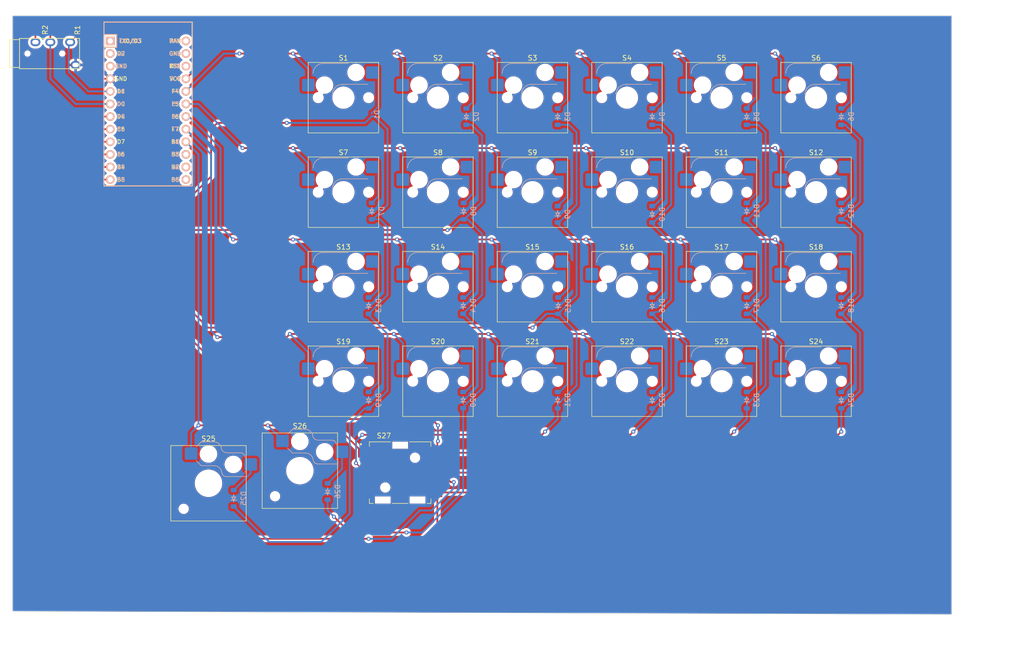
<source format=kicad_pcb>
(kicad_pcb (version 20221018) (generator pcbnew)
  (layers (0 "F.Cu" signal) (31 "B.Cu" signal) (34 "B.Paste" user) (35 "F.Paste" user) (36 "B.SilkS" user "B.Silkscreen") (37 "F.SilkS" user "F.Silkscreen") (38 "B.Mask" user) (39 "F.Mask" user) (44 "Edge.Cuts" user))
  (net 0 "")
  (net 1 "COL 0")
  (net 2 "Net-(D1-A)")
  (net 3 "COL 1")
  (net 4 "Net-(D2-A)")
  (net 5 "COL 2")
  (net 6 "Net-(D3-A)")
  (net 7 "COL 3")
  (net 8 "Net-(D4-A)")
  (net 9 "COL 4")
  (net 10 "Net-(D5-A)")
  (net 11 "COL 5")
  (net 12 "Net-(D6-A)")
  (net 13 "Net-(D7-A)")
  (net 14 "Net-(D8-A)")
  (net 15 "Net-(D9-A)")
  (net 16 "Net-(D10-A)")
  (net 17 "Net-(D11-A)")
  (net 18 "Net-(D12-A)")
  (net 19 "Net-(D13-A)")
  (net 20 "Net-(D14-A)")
  (net 21 "Net-(D15-A)")
  (net 22 "Net-(D16-A)")
  (net 23 "Net-(D17-A)")
  (net 24 "Net-(D18-A)")
  (net 25 "Net-(D19-A)")
  (net 26 "Net-(D20-A)")
  (net 27 "Net-(D21-A)")
  (net 28 "Net-(D22-A)")
  (net 29 "Net-(D23-A)")
  (net 30 "Net-(D24-A)")
  (net 31 "Net-(D25-A)")
  (net 32 "Net-(D26-A)")
  (net 33 "ROW 0")
  (net 34 "ROW 1")
  (net 35 "ROW 2")
  (net 36 "ROW 3")
  (net 37 "ROW 4")
  (net 42 "Gnd")
  (net 43 "SDA")
  (net 44 "SCL")
  (net 47 "ROW 5")
  (net 48 "VCC")
  (footprint "ScottoKeebs_Hotswap:Hotswap_MX_1.00u" (layer "F.Cu") (at 182.245 35.56)
    (fp_text reference "S4")
    (fp_text value "Keyswitch")
  )
  (footprint "ScottoKeebs_Hotswap:Hotswap_MX_1.00u" (layer "F.Cu") (at 201.295 73.66)
    (fp_text reference "S17")
    (fp_text value "Keyswitch")
  )
  (footprint "ScottoKeebs_Hotswap:Hotswap_MX_1.00u" (layer "F.Cu") (at 163.195 35.56)
    (fp_text reference "S3")
    (fp_text value "Keyswitch")
  )
  (footprint "ScottoKeebs_Hotswap:Hotswap_MX_1.00u" (layer "F.Cu") (at 144.145 35.56)
    (fp_text reference "S2")
    (fp_text value "Keyswitch")
  )
  (footprint "ScottoKeebs_Hotswap:Hotswap_MX_1.00u" (layer "F.Cu") (at 125.095 54.61)
    (fp_text reference "S7")
    (fp_text value "Keyswitch")
  )
  (footprint "ScottoKeebs_Hotswap:Hotswap_MX_1.00u" (layer "F.Cu") (at 144.145 92.71)
    (fp_text reference "S20")
    (fp_text value "Keyswitch")
  )
  (footprint "ScottoKeebs_Hotswap:Hotswap_MX_1.00u" (layer "F.Cu") (at 220.345 54.61)
    (fp_text reference "S12")
    (fp_text value "Keyswitch")
  )
  (footprint "ScottoKeebs_Hotswap:Hotswap_MX_1.00u" (layer "F.Cu") (at 220.345 35.56)
    (fp_text reference "S6")
    (fp_text value "Keyswitch")
  )
  (footprint "Resistor_SMD:R_0201_0603Metric" (layer "F.Cu") (at 72.5525 21.935 90)
    (fp_text reference "R1")
    (fp_text value "2.2k")
  )
  (footprint "ScottoKeebs_Hotswap:Hotswap_MX_1.00u" (layer "F.Cu") (at 220.345 92.71)
    (fp_text reference "S24")
    (fp_text value "Keyswitch")
  )
  (footprint "ScottoKeebs_Hotswap:Hotswap_MX_1.00u" (layer "F.Cu") (at 182.245 73.66)
    (fp_text reference "S16")
    (fp_text value "Keyswitch")
  )
  (footprint "ScottoKeebs_Hotswap:Hotswap_MX_1.00u" (layer "F.Cu") (at 163.195 73.66)
    (fp_text reference "S15")
    (fp_text value "Keyswitch")
  )
  (footprint "ScottoKeebs_Hotswap:Hotswap_MX_1.00u" (layer "F.Cu") (at 182.245 92.71)
    (fp_text reference "S22")
    (fp_text value "Keyswitch")
  )
  (footprint "ScottoKeebs_Hotswap:Hotswap_MX_1.00u" (layer "F.Cu") (at 220.345 73.66)
    (fp_text reference "S18")
    (fp_text value "Keyswitch")
  )
  (footprint "ScottoKeebs_Hotswap:Hotswap_MX_1.00u" (layer "F.Cu") (at 201.295 54.61)
    (fp_text reference "S11")
    (fp_text value "Keyswitch")
  )
  (footprint "ScottoKeebs_Components:TRRS_PJ-320A" (layer "F.Cu") (at 59.82 26.67 90)
    (fp_text reference "U2")
    (fp_text value "TRRS")
  )
  (footprint "ScottoKeebs_Hotswap:Hotswap_MX_1.00u" (layer "F.Cu") (at 201.295 92.71)
    (fp_text reference "S23")
    (fp_text value "Keyswitch")
  )
  (footprint "ScottoKeebs_Hotswap:Hotswap_Choc_V2_1.00u" (layer "F.Cu") (at 116.315 110.735)
    (fp_text reference "S26")
    (fp_text value "Keyswitch")
  )
  (footprint "ScottoKeebs_Hotswap:Hotswap_Choc_V2_1.00u" (layer "F.Cu") (at 97.9 113.275)
    (fp_text reference "S25")
    (fp_text value "Keyswitch")
  )
  (footprint "ScottoKeebs_Hotswap:Hotswap_MX_1.00u" (layer "F.Cu") (at 144.145 54.61)
    (fp_text reference "S8")
    (fp_text value "Keyswitch")
  )
  (footprint "ScottoKeebs_MCU:Arduino_Pro_Micro" (layer "F.Cu") (at 85.725 38.1)
    (fp_text reference "U1" hide)
    (fp_text value "Arduino_Pro_Micro" hide)
  )
  (footprint "JS5208:SW_JS5208" (layer "F.Cu") (at 136.525 111.125)
    (fp_text reference "S27")
    (fp_text value "JS5208")
    (fp_line (start -5.1 4.8) (end -1.9 4.8) (stroke (width 0.01)) (layer "Edge.Cuts"))
    (fp_line (start -5.1 6.25) (end -5.1 4.8) (stroke (width 0.01)) (layer "Edge.Cuts"))
    (fp_line (start -1.9 4.8) (end -1.9 6.25) (stroke (width 0.01)) (layer "Edge.Cuts"))
    (fp_line (start -1.9 6.25) (end -5.1 6.25) (stroke (width 0.01)) (layer "Edge.Cuts"))
    (fp_line (start -1.6 -6.25) (end 1.6 -6.25) (stroke (width 0.01)) (layer "Edge.Cuts"))
    (fp_line (start -1.6 -4.8) (end -1.6 -6.25) (stroke (width 0.01)) (layer "Edge.Cuts"))
    (fp_line (start 1.6 -6.25) (end 1.6 -4.8) (stroke (width 0.01)) (layer "Edge.Cuts"))
    (fp_line (start 1.6 -4.8) (end -1.6 -4.8) (stroke (width 0.01)) (layer "Edge.Cuts"))
    (fp_line (start 1.9 4.8) (end 1.9 6.25) (stroke (width 0.01)) (layer "Edge.Cuts"))
    (fp_line (start 1.9 6.25) (end 5.1 6.25) (stroke (width 0.01)) (layer "Edge.Cuts"))
    (fp_line (start 5.1 4.8) (end 1.9 4.8) (stroke (width 0.01)) (layer "Edge.Cuts"))
    (fp_line (start 5.1 6.25) (end 5.1 4.8) (stroke (width 0.01)) (layer "Edge.Cuts"))
  )
  (footprint "ScottoKeebs_Hotswap:Hotswap_MX_1.00u" (layer "F.Cu") (at 144.145 73.66)
    (fp_text reference "S14")
    (fp_text value "Keyswitch")
  )
  (footprint "ScottoKeebs_Hotswap:Hotswap_MX_1.00u" (layer "F.Cu") (at 125.095 35.56)
    (fp_text reference "S1")
    (fp_text value "Keyswitch")
  )
  (footprint "ScottoKeebs_Hotswap:Hotswap_MX_1.00u" (layer "F.Cu") (at 163.195 92.71)
    (fp_text reference "S21")
    (fp_text value "Keyswitch")
  )
  (footprint "ScottoKeebs_Hotswap:Hotswap_MX_1.00u" (layer "F.Cu") (at 125.095 73.66)
    (fp_text reference "S13")
    (fp_text value "Keyswitch")
  )
  (footprint "ScottoKeebs_Hotswap:Hotswap_MX_1.00u" (layer "F.Cu") (at 201.295 35.56)
    (fp_text reference "S5")
    (fp_text value "Keyswitch")
  )
  (footprint "Resistor_SMD:R_0201_0603Metric" (layer "F.Cu") (at 66.04 21.905 90)
    (fp_text reference "R2")
    (fp_text value "10k")
  )
  (footprint "ScottoKeebs_Hotswap:Hotswap_MX_1.00u" (layer "F.Cu") (at 125.095 92.71)
    (fp_text reference "S19")
    (fp_text value "Keyswitch")
  )
  (footprint "ScottoKeebs_Hotswap:Hotswap_MX_1.00u" (layer "F.Cu") (at 163.195 54.61)
    (fp_text reference "S9")
    (fp_text value "Keyswitch")
  )
  (footprint "ScottoKeebs_Hotswap:Hotswap_MX_1.00u" (layer "F.Cu") (at 182.245 54.61)
    (fp_text reference "S10")
    (fp_text value "Keyswitch")
  )
  (footprint "ScottoKeebs_Components:Diode_SOD-123" (layer "B.Cu") (at 130.81 58.42 90)
    (fp_text reference "D7")
    (fp_text value "Diode")
  )
  (footprint "Resistor_SMD:R_0201_0603Metric" (layer "B.Cu") (at 130.81 38.99 90)
    (fp_text reference "D1")
    (fp_text value "Diode")
  )
  (footprint "ScottoKeebs_Components:Diode_SOD-123" (layer "B.Cu") (at 225.425 96.52 90)
    (fp_text reference "D24")
    (fp_text value "Diode")
  )
  (footprint "ScottoKeebs_Components:Diode_SOD-123" (layer "B.Cu") (at 121.92 114.935 90)
    (fp_text reference "D26")
    (fp_text value "Diode")
  )
  (footprint "ScottoKeebs_Components:Diode_SOD-123" (layer "B.Cu") (at 187.325 96.52 90)
    (fp_text reference "D22")
    (fp_text value "Diode")
  )
  (footprint "ScottoKeebs_Components:Diode_SOD-123" (layer "B.Cu") (at 206.375 39.37 90)
    (fp_text reference "D5")
    (fp_text value "Diode")
  )
  (footprint "ScottoKeebs_Components:Diode_SOD-123" (layer "B.Cu") (at 206.375 96.52 90)
    (fp_text reference "D23")
    (fp_text value "Diode")
  )
  (footprint "ScottoKeebs_Components:Diode_SOD-123" (layer "B.Cu") (at 206.375 58.42 90)
    (fp_text reference "D11")
    (fp_text value "Diode")
  )
  (footprint "ScottoKeebs_Components:Diode_SOD-123" (layer "B.Cu") (at 149.86 39.37 90)
    (fp_text reference "D2")
    (fp_text value "Diode")
  )
  (footprint "ScottoKeebs_Components:Diode_SOD-123" (layer "B.Cu") (at 130.175 77.47 90)
    (fp_text reference "D13")
    (fp_text value "Diode")
  )
  (footprint "ScottoKeebs_Components:Diode_SOD-123" (layer "B.Cu") (at 187.325 77.47 90)
    (fp_text reference "D16")
    (fp_text value "Diode")
  )
  (footprint "ScottoKeebs_Components:Diode_SOD-123" (layer "B.Cu") (at 225.425 39.37 90)
    (fp_text reference "D6")
    (fp_text value "Diode")
  )
  (footprint "ScottoKeebs_Components:Diode_SOD-123" (layer "B.Cu") (at 149.325 58.42 90)
    (fp_text reference "D8")
    (fp_text value "Diode")
  )
  (footprint "ScottoKeebs_Components:Diode_SOD-123" (layer "B.Cu") (at 168.375 77.47 90)
    (fp_text reference "D15")
    (fp_text value "Diode")
  )
  (footprint "ScottoKeebs_Components:Diode_SOD-123" (layer "B.Cu") (at 168.275 39.37 90)
    (fp_text reference "D3")
    (fp_text value "Diode")
  )
  (footprint "ScottoKeebs_Components:Diode_SOD-123" (layer "B.Cu") (at 225.425 77.47 90)
    (fp_text reference "D18")
    (fp_text value "Diode")
  )
  (footprint "ScottoKeebs_Components:Diode_SOD-123" (layer "B.Cu") (at 187.325 59.055 90)
    (fp_text reference "D10")
    (fp_text value "Diode")
  )
  (footprint "ScottoKeebs_Components:Diode_SOD-123" (layer "B.Cu") (at 187.325 39.37 90)
    (fp_text reference "D4")
    (fp_text value "Diode")
  )
  (footprint "ScottoKeebs_Components:Diode_SOD-123" (layer "B.Cu") (at 206.375 77.47 90)
    (fp_text reference "D17")
    (fp_text value "Diode")
  )
  (footprint "ScottoKeebs_Components:Diode_SOD-123" (layer "B.Cu") (at 149.225 77.47 90)
    (fp_text reference "D14")
    (fp_text value "Diode")
  )
  (footprint "ScottoKeebs_Components:Diode_SOD-123" (layer "B.Cu") (at 168.275 96.52 90)
    (fp_text reference "D21")
    (fp_text value "Diode")
  )
  (footprint "ScottoKeebs_Components:Diode_SOD-123" (layer "B.Cu") (at 149.225 96.52 90)
    (fp_text reference "D20")
    (fp_text value "Diode")
  )
  (footprint "ScottoKeebs_Components:Diode_SOD-123" (layer "B.Cu") (at 130.175 96.52 90)
    (fp_text reference "D19")
    (fp_text value "Diode")
  )
  (footprint "ScottoKeebs_Components:Diode_SOD-123" (layer "B.Cu") (at 225.425 58.42 90)
    (fp_text reference "D12")
    (fp_text value "Diode")
  )
  (footprint "ScottoKeebs_Components:Diode_SOD-123" (layer "B.Cu") (at 168.275 59.055 90)
    (fp_text reference "D9")
    (fp_text value "Diode")
  )
  (footprint "ScottoKeebs_Components:Diode_SOD-123" (layer "B.Cu") (at 102.98 116.305 90)
    (fp_text reference "D25")
    (fp_text value "Diode")
  )
  (gr_line (start 247.65 19.05) (end 58.42 19.05) (stroke (width 0.1)) (layer "Edge.Cuts"))
  (gr_line (start 58.42 19.05) (end 58.42 139.065) (stroke (width 0.1)) (layer "Edge.Cuts"))
  (gr_line (start 58.42 139.065) (end 247.65 139.7) (stroke (width 0.1)) (layer "Edge.Cuts"))
  (gr_line (start 247.65 139.7) (end 247.65 19.05) (stroke (width 0.1)) (layer "Edge.Cuts"))
  (segment (start 98.425 41.91) (end 98.425 51.435) (width 0.35) (layer "F.Cu") (net 1))
  (segment (start 99.695 40.64) (end 98.425 41.91) (width 0.35) (layer "F.Cu") (net 1))
  (segment (start 113.665 40.64) (end 99.695 40.64) (width 0.35) (layer "F.Cu") (net 1))
  (segment (start 76.835 55.245) (end 75.565 53.975) (width 0.35) (layer "F.Cu") (net 1))
  (segment (start 75.565 53.975) (end 75.565 52.705) (width 0.35) (layer "F.Cu") (net 1))
  (segment (start 75.565 52.705) (end 76.2 52.07) (width 0.35) (layer "F.Cu") (net 1))
  (segment (start 94.615 55.245) (end 76.835 55.245) (width 0.35) (layer "F.Cu") (net 1))
  (segment (start 76.2 52.07) (end 78.105 52.07) (width 0.35) (layer "F.Cu") (net 1))
  (segment (start 98.425 51.435) (end 94.615 55.245) (width 0.35) (layer "F.Cu") (net 1))
  (via (at 113.665 40.64) (size 0.8) (drill 0.4) (layers "F.Cu" "B.Cu") (net 1))
  (segment (start 126.465 105.66919) (end 126.465 108.20081) (width 0.35) (layer "B.Cu") (net 1))
  (segment (start 120.65 125.095) (end 110.12 125.095) (width 0.35) (layer "B.Cu") (net 1))
  (segment (start 133.985 94.615) (end 130.43 98.17) (width 0.35) (layer "B.Cu") (net 1))
  (segment (start 126.365 101.2) (end 126.365 105.56919) (width 0.35) (layer "B.Cu") (net 1))
  (segment (start 130.43 98.17) (end 130.175 98.17) (width 0.35) (layer "B.Cu") (net 1))
  (segment (start 130.175 98.17) (end 129.395 98.17) (width 0.35) (layer "B.Cu") (net 1))
  (segment (start 129.48 40.64) (end 130.81 39.31) (width 0.35) (layer "B.Cu") (net 1))
  (segment (start 133.985 41.91) (end 133.985 57.15) (width 0.35) (layer "B.Cu") (net 1))
  (segment (start 126.365 105.56919) (end 126.465 105.66919) (width 0.35) (layer "B.Cu") (net 1))
  (segment (start 131.065 60.07) (end 130.81 60.07) (width 0.25) (layer "B.Cu") (net 1))
  (segment (start 129.395 98.17) (end 126.365 101.2) (width 0.35) (layer "B.Cu") (net 1))
  (segment (start 113.665 40.64) (end 129.48 40.64) (width 0.35) (layer "B.Cu") (net 1))
  (segment (start 133.985 57.15) (end 131.065 60.07) (width 0.35) (layer "B.Cu") (net 1))
  (segment (start 133.985 83.185) (end 133.985 94.615) (width 0.35) (layer "B.Cu") (net 1))
  (segment (start 133.985 75.31) (end 130.0475 79.2475) (width 0.35) (layer "B.Cu") (net 1))
  (segment (start 133.985 61.595) (end 133.985 75.31) (width 0.35) (layer "B.Cu") (net 1))
  (segment (start 110.12 125.095) (end 102.98 117.955) (width 0.35) (layer "B.Cu") (net 1))
  (segment (start 126.465 108.20081) (end 126.365 108.30081) (width 0.35) (layer "B.Cu") (net 1))
  (segment (start 130.0475 79.2475) (end 133.985 83.185) (width 0.35) (layer "B.Cu") (net 1))
  (segment (start 130.81 60.07) (end 132.46 60.07) (width 0.25) (layer "B.Cu") (net 1))
  (segment (start 126.365 108.30081) (end 126.365 119.38) (width 0.35) (layer "B.Cu") (net 1))
  (segment (start 132.46 60.07) (end 133.985 61.595) (width 0.35) (layer "B.Cu") (net 1))
  (segment (start 131.385 39.31) (end 133.985 41.91) (width 0.35) (layer "B.Cu") (net 1))
  (segment (start 126.365 119.38) (end 120.65 125.095) (width 0.35) (layer "B.Cu") (net 1))
  (segment (start 131.385 39.31) (end 130.81 39.31) (width 0.35) (layer "B.Cu") (net 1))
  (segment (start 130.81 38.67) (end 132.08 37.4) (width 0.25) (layer "B.Cu") (net 2))
  (segment (start 132.08 37.4) (end 132.08 31.623) (width 0.25) (layer "B.Cu") (net 2))
  (segment (start 132.08 31.623) (end 130.937 30.48) (width 0.25) (layer "B.Cu") (net 2))
  (segment (start 76.835 49.53) (end 78.105 49.53) (width 0.35) (layer "F.Cu") (net 3))
  (segment (start 81.915 62.23) (end 74.295 54.61) (width 0.35) (layer "F.Cu") (net 3))
  (segment (start 146.05 62.23) (end 81.915 62.23) (width 0.35) (layer "F.Cu") (net 3))
  (segment (start 74.295 52.07) (end 76.835 49.53) (width 0.35) (layer "F.Cu") (net 3))
  (segment (start 74.295 54.61) (end 74.295 52.07) (width 0.35) (layer "F.Cu") (net 3))
  (segment (start 137.795 123.19) (end 126.365 123.19) (width 0.35) (layer "F.Cu") (net 3))
  (segment (start 126.365 123.19) (end 123.19 120.015) (width 0.35) (layer "F.Cu") (net 3))
  (via (at 146.05 62.23) (size 0.8) (drill 0.4) (layers "F.Cu" "B.Cu") (net 3))
  (via (at 123.19 120.015) (size 0.8) (drill 0.4) (layers "F.Cu" "B.Cu") (net 3))
  (via (at 137.795 123.19) (size 0.8) (drill 0.4) (layers "F.Cu" "B.Cu") (net 3))
  (segment (start 150.105 60.07) (end 149.325 60.07) (width 0.35) (layer "B.Cu") (net 3))
  (segment (start 149.225 79.12) (end 153.035 75.31) (width 0.35) (layer "B.Cu") (net 3))
  (segment (start 153.035 63) (end 150.105 60.07) (width 0.35) (layer "B.Cu") (net 3))
  (segment (start 153.035 82.93) (end 149.225 79.12) (width 0.35) (layer "B.Cu") (net 3))
  (segment (start 121.92 116.585) (end 121.92 118.745) (width 0.35) (layer "B.Cu") (net 3))
  (segment (start 149.225 114.935) (end 149.225 97.9075) (width 0.35) (layer "B.Cu") (net 3))
  (segment (start 150.875 41.02) (end 149.86 41.02) (width 0.35) (layer "B.Cu") (net 3))
  (segment (start 146.385 62.23) (end 146.05 62.23) (width 0.35) (layer "B.Cu") (net 3))
  (segment (start 149.325 60.07) (end 148.545 60.07) (width 0.35) (layer "B.Cu") (net 3))
  (segment (start 149.325 60.07) (end 149.48 60.07) (width 0.35) (layer "B.Cu") (net 3))
  (segment (start 149.48 60.07) (end 153.035 56.515) (width 0.35) (layer "B.Cu") (net 3))
  (segment (start 153.035 94.0975) (end 153.035 82.93) (width 0.35) (layer "B.Cu") (net 3))
  (segment (start 153.035 43.18) (end 150.875 41.02) (width 0.35) (layer "B.Cu") (net 3))
  (segment (start 137.795 123.19) (end 140.97 123.19) (width 0.35) (layer "B.Cu") (net 3))
  (segment (start 140.97 123.19) (end 149.225 114.935) (width 0.35) (layer "B.Cu") (net 3))
  (segment (start 121.92 118.745) (end 123.19 120.015) (width 0.35) (layer "B.Cu") (net 3))
  (segment (start 153.035 56.515) (end 153.035 43.18) (width 0.35) (layer "B.Cu") (net 3))
  (segment (start 153.035 75.31) (end 153.035 63) (width 0.35) (layer "B.Cu") (net 3))
  (segment (start 148.545 60.07) (end 146.385 62.23) (width 0.35) (layer "B.Cu") (net 3))
  (segment (start 149.225 97.9075) (end 153.035 94.0975) (width 0.35) (layer "B.Cu") (net 3))
  (segment (start 149.987 30.48) (end 151.13 31.623) (width 0.35) (layer "B.Cu") (net 4))
  (segment (start 151.13 36.45) (end 149.86 37.72) (width 0.35) (layer "B.Cu") (net 4))
  (segment (start 151.13 31.623) (end 151.13 36.45) (width 0.35) (layer "B.Cu") (net 4))
  (segment (start 163.195 81.915) (end 97.79 81.915) (width 0.35) (layer "F.Cu") (net 5))
  (segment (start 76.2 46.99) (end 78.105 46.99) (width 0.35) (layer "F.Cu") (net 5))
  (segment (start 165.1 103.505) (end 128.905 103.505) (width 0.35) (layer "F.Cu") (net 5))
  (segment (start 73.025 57.15) (end 73.025 50.165) (width 0.35) (layer "F.Cu") (net 5))
  (segment (start 73.025 50.165) (end 76.2 46.99) (width 0.35) (layer "F.Cu") (net 5))
  (segment (start 129.025 111.125) (end 129.025 110.61) (width 0.25) (layer "F.Cu") (net 5))
  (segment (start 165.735 102.87) (end 165.1 103.505) (width 0.35) (layer "F.Cu") (net 5))
  (segment (start 97.79 81.915) (end 73.025 57.15) (width 0.35) (layer "F.Cu") (net 5))
  (segment (start 129.025 110.61) (end 127.635 109.22) (width 0.25) (layer "F.Cu") (net 5))
  (via (at 127.635 109.22) (size 0.8) (drill 0.4) (layers "F.Cu" "B.Cu") (net 5))
  (via (at 165.735 102.87) (size 0.8) (drill 0.4) (layers "F.Cu" "B.Cu") (net 5))
  (via (at 163.195 81.915) (size 0.8) (drill 0.4) (layers "F.Cu" "B.Cu") (net 5))
  (via (at 128.905 103.505) (size 0.8) (drill 0.4) (layers "F.Cu" "B.Cu") (net 5))
  (segment (start 168.275 100.33) (end 168.275 97.39) (width 0.35) (layer "B.Cu") (net 5))
  (segment (start 172.085 42.545) (end 172.085 57.15) (width 0.35) (layer "B.Cu") (net 5))
  (segment (start 168.275 97.39) (end 172.085 93.58) (width 0.35) (layer "B.Cu") (net 5))
  (segment (start 172.085 82.83) (end 168.375 79.12) (width 0.35) (layer "B.Cu") (net 5))
  (segment (start 172.085 93.58) (end 172.085 82.83) (width 0.35) (layer "B.Cu") (net 5))
  (segment (start 172.085 64.77) (end 172.085 75.41) (width 0.35) (layer "B.Cu") (net 5))
  (segment (start 172.085 57.15) (end 168.275 60.96) (width 0.35) (layer "B.Cu") (net 5))
  (segment (start 128.905 103.505) (end 127.635 104.775) (width 0.35) (layer "B.Cu") (net 5))
  (segment (start 127.635 104.775) (end 127.635 109.22) (width 0.35) (layer "B.Cu") (net 5))
  (segment (start 168.375 79.12) (end 165.99 79.12) (width 0.35) (layer "B.Cu") (net 5))
  (segment (start 168.275 60.96) (end 172.085 64.77) (width 0.35) (layer "B.Cu") (net 5))
  (segment (start 165.735 102.87) (end 168.275 100.33) (width 0.35) (layer "B.Cu") (net 5))
  (segment (start 168.275 41.02) (end 170.56 41.02) (width 0.35) (layer "B.Cu") (net 5))
  (segment (start 165.99 79.12) (end 163.195 81.915) (width 0.35) (layer "B.Cu") (net 5))
  (segment (start 170.56 41.02) (end 172.085 42.545) (width 0.35) (layer "B.Cu") (net 5))
  (segment (start 172.085 75.41) (end 168.375 79.12) (width 0.35) (layer "B.Cu") (net 5))
  (segment (start 170.18 31.623) (end 170.18 35.815) (width 0.25) (layer "B.Cu") (net 6))
  (segment (start 170.18 35.815) (end 168.275 37.72) (width 0.25) (layer "B.Cu") (net 6))
  (segment (start 169.037 30.48) (end 170.18 31.623) (width 0.25) (layer "B.Cu") (net 6))
  (segment (start 183.515 102.87) (end 179.26 107.125) (width 0.35) (layer "F.Cu") (net 7))
  (segment (start 71.12 60.96) (end 71.12 49.53) (width 0.35) (layer "F.Cu") (net 7))
  (segment (start 71.12 49.53) (end 76.2 44.45) (width 0.35) (layer "F.Cu") (net 7))
  (segment (start 179.26 107.125) (end 144.025 107.125) (width 0.35) (layer "F.Cu") (net 7))
  (segment (start 77.47 44.45) (end 78.105 44.45) (width 0.35) (layer "F.Cu") (net 7))
  (segment (start 144.145 101.6) (end 142.875 100.33) (width 0.35) (layer "F.Cu") (net 7))
  (segment (start 110.49 100.33) (end 71.12 60.96) (width 0.35) (layer "F.Cu") (net 7))
  (segment (start 76.2 44.45) (end 78.105 44.45) (width 0.35) (layer "F.Cu") (net 7))
  (segment (start 142.875 100.33) (end 110.49 100.33) (width 0.35) (layer "F.Cu") (net 7))
  (segment (start 144.025 107.125) (end 144.025 104.895) (width 0.35) (layer "F.Cu") (net 7))
  (segment (start 144.025 104.895) (end 144.145 104.775) (width 0.35) (layer "F.Cu") (net 7))
  (via (at 144.145 104.775) (size 0.8) (drill 0.4) (layers "F.Cu" "B.Cu") (net 7))
  (via (at 183.515 102.87) (size 0.8) (drill 0.4) (layers "F.Cu" "B.Cu") (net 7))
  (via (at 144.145 101.6) (size 0.8) (drill 0.4) (layers "F.Cu" "B.Cu") (net 7))
  (segment (start 187.96 78.74) (end 187.58 79.12) (width 0.35) (layer "B.Cu") (net 7))
  (segment (start 191.135 94.615) (end 191.135 82.93) (width 0.35) (layer "B.Cu") (net 7))
  (segment (start 188.975 41.02) (end 191.135 43.18) (width 0.35) (layer "B.Cu") (net 7))
  (segment (start 191.135 43.18) (end 191.135 57.15) (width 0.35) (layer "B.Cu") (net 7))
  (segment (start 191.135 57.15) (end 187.325 60.96) (width 0.35) (layer "B.Cu") (net 7))
  (segment (start 144.145 104.775) (end 144.145 101.6) (width 0.35) (layer "B.Cu") (net 7))
  (segment (start 187.325 99.06) (end 187.325 98.425) (width 0.35) (layer "B.Cu") (net 7))
  (segment (start 183.515 102.87) (end 187.325 99.06) (width 0.35) (layer "B.Cu") (net 7))
  (segment (start 187.58 79.12) (end 187.325 79.12) (width 0.35) (layer "B.Cu") (net 7))
  (segment (start 191.135 64.77) (end 191.135 76.2) (width 0.35) (layer "B.Cu") (net 7))
  (segment (start 191.135 82.93) (end 187.325 79.12) (width 0.35) (layer "B.Cu") (net 7))
  (segment (start 188.595 78.74) (end 187.96 78.74) (width 0.35) (layer "B.Cu") (net 7))
  (segment (start 187.325 98.425) (end 191.135 94.615) (width 0.35) (layer "B.Cu") (net 7))
  (segment (start 191.135 76.2) (end 188.595 78.74) (width 0.35) (layer "B.Cu") (net 7))
  (segment (start 187.325 41.02) (end 188.975 41.02) (width 0.35) (layer "B.Cu") (net 7))
  (segment (start 187.325 60.96) (end 191.135 64.77) (width 0.35) (layer "B.Cu") (net 7))
  (segment (start 188.087 30.48) (end 189.23 31.623) (width 0.35) (layer "B.Cu") (net 8))
  (segment (start 187.705 37.72) (end 187.325 37.72) (width 0.35) (layer "B.Cu") (net 8))
  (segment (start 189.23 31.623) (end 189.23 36.195) (width 0.35) (layer "B.Cu") (net 8))
  (segment (start 189.23 36.195) (end 187.705 37.72) (width 0.35) (layer "B.Cu") (net 8))
  (segment (start 67.31 102.235) (end 89.535 124.46) (width 0.35) (layer "F.Cu") (net 9))
  (segment (start 195.58 111.125) (end 144.025 111.125) (width 0.35) (layer "F.Cu") (net 9))
  (segment (start 67.31 45.72) (end 71.12 41.91) (width 0.35) (layer "F.Cu") (net 9))
  (segment (start 71.12 41.91) (end 78.105 41.91) (width 0.35) (layer "F.Cu") (net 9))
  (segment (start 203.835 102.87) (end 195.58 111.125) (width 0.35) (layer "F.Cu") (net 9))
  (segment (start 67.31 45.72) (end 67.31 102.235) (width 0.35) (layer "F.Cu") (net 9))
  (segment (start 89.535 124.46) (end 130.175 124.46) (width 0.35) (layer "F.Cu") (net 9))
  (segment (start 146.685 113.03) (end 144.78 111.125) (width 0.35) (layer "F.Cu") (net 9))
  (segment (start 144.78 111.125) (end 144.025 111.125) (width 0.35) (layer "F.Cu") (net 9))
  (segment (start 147.32 113.03) (end 146.685 113.03) (width 0.35) (layer "F.Cu") (net 9))
  (via (at 203.835 102.87) (size 0.8) (drill 0.4) (layers "F.Cu" "B.Cu") (net 9))
  (via (at 147.32 113.03) (size 0.8) (drill 0.4) (layers "F.Cu" "B.Cu") (net 9))
  (via (at 130.175 124.46) (size 0.8) (drill 0.4) (layers "F.Cu" "B.Cu") (net 9))
  (segment (start 134.787487 124.46) (end 140.502487 118.745) (width 0.35) (layer "B.Cu") (net 9))
  (segment (start 210.185 64.135) (end 210.185 75.565) (width 0.35) (layer "B.Cu") (net 9))
  (segment (start 206.63 79.12) (end 206.375 79.12) (width 0.35) (layer "B.Cu") (net 9))
  (segment (start 206.63 60.07) (end 206.375 60.07) (width 0.35) (layer "B.Cu") (net 9))
  (segment (start 207.155 79.12) (end 206.375 79.12) (width 0.35) (layer "B.Cu") (net 9))
  (segment (start 206.375 41.02) (end 208.66 41.02) (width 0.35) (layer "B.Cu") (net 9))
  (segment (start 206.375 100.33) (end 206.375 98.17) (width 0.35) (layer "B.Cu") (net 9))
  (segment (start 206.375 60.325) (end 210.185 64.135) (width 0.35) (layer "B.Cu") (net 9))
  (segment (start 130.175 124.46) (end 134.787487 124.46) (width 0.35) (layer "B.Cu") (net 9))
  (segment (start 206.375 60.07) (end 206.375 60.325) (width 0.35) (layer "B.Cu") (net 9))
  (segment (start 206.375 98.17) (end 206.375 97.39) (width 0.35) (layer "B.Cu") (net 9))
  (segment (start 210.185 42.545) (end 210.185 56.515) (width 0.35) (layer "B.Cu") (net 9))
  (segment (start 142.875 118.745) (end 147.32 114.3) (width 0.35) (layer "B.Cu") (net 9))
  (segment (start 140.502487 118.745) (end 142.875 118.745) (width 0.35) (layer "B.Cu") (net 9))
  (segment (start 210.185 93.58) (end 210.185 82.15) (width 0.35) (layer "B.Cu") (net 9))
  (segment (start 206.375 97.39) (end 210.185 93.58) (width 0.35) (layer "B.Cu") (net 9))
  (segment (start 210.185 75.565) (end 206.63 79.12) (width 0.35) (layer "B.Cu") (net 9))
  (segment (start 210.185 82.15) (end 207.155 79.12) (width 0.35) (layer "B.Cu") (net 9))
  (segment (start 203.835 102.87) (end 206.375 100.33) (width 0.35) (layer "B.Cu") (net 9))
  (segment (start 147.32 114.3) (end 147.32 113.03) (width 0.35) (layer "B.Cu") (net 9))
  (segment (start 210.185 56.515) (end 206.63 60.07) (width 0.35) (layer "B.Cu") (net 9))
  (segment (start 208.66 41.02) (end 210.185 42.545) (width 0.35) (layer "B.Cu") (net 9))
  (segment (start 207.137 30.48) (end 208.28 31.623) (width 0.35) (layer "B.Cu") (net 10))
  (segment (start 206.375 37.465) (end 206.375 37.72) (width 0.35) (layer "B.Cu") (net 10))
  (segment (start 208.28 35.56) (end 206.375 37.465) (width 0.35) (layer "B.Cu") (net 10))
  (segment (start 208.28 31.623) (end 208.28 35.56) (width 0.35) (layer "B.Cu") (net 10))
  (segment (start 69.215 39.37) (end 78.105 39.37) (width 0.35) (layer "F.Cu") (net 11))
  (segment (start 88.9 128.27) (end 63.5 102.87) (width 0.35) (layer "F.Cu") (net 11))
  (segment (start 225.425 102.87) (end 213.17 115.125) (width 0.35) (layer "F.Cu") (net 11))
  (segment (start 63.5 102.87) (end 63.5 45.085) (width 0.35) (layer "F.Cu") (net 11))
  (segment (start 213.17 115.125) (end 144.025 115.125) (width 0.35) (layer "F.Cu") (net 11))
  (segment (start 144.025 121.405) (end 137.16 128.27) (width 0.35) (layer "F.Cu") (net 11))
  (segment (start 63.5 45.085) (end 69.215 39.37) (width 0.35) (layer "F.Cu") (net 11))
  (segment (start 144.025 115.125) (end 144.025 121.405) (width 0.35) (layer "F.Cu") (net 11))
  (segment (start 137.16 128.27) (end 88.9 128.27) (width 0.35) (layer "F.Cu") (net 11))
  (via (at 225.425 102.87) (size 0.8) (drill 0.4) (layers "F.Cu" "B.Cu") (net 11))
  (segment (start 225.425 60.325) (end 225.425 60.07) (width 0.35) (layer "B.Cu") (net 11))
  (segment (start 225.425 60.07) (end 225.68 60.07) (width 0.35) (layer "B.Cu") (net 11))
  (segment (start 229.235 44.05) (end 226.205 41.02) (width 0.35) (layer "B.Cu") (net 11))
  (segment (start 229.235 63.1) (end 226.46 60.325) (width 0.35) (layer "B.Cu") (net 11))
  (segment (start 225.68 60.07) (end 229.235 56.515) (width 0.35) (layer "B.Cu") (net 11))
  (segment (start 229.235 82.93) (end 225.425 79.12) (width 0.35) (layer "B.Cu") (net 11))
  (segment (start 225.68 98.17) (end 229.235 94.615) (width 0.35) (layer "B.Cu") (net 11))
  (segment (start 225.425 98.17) (end 225.68 98.17) (width 0.35) (layer "B.Cu") (net 11))
  (segment (start 225.425 102.87) (end 225.425 98.17) (width 0.35) (layer "B.Cu") (net 11))
  (segment (start 229.235 75.31) (end 229.235 63.1) (width 0.35) (layer "B.Cu") (net 11))
  (segment (start 229.235 56.515) (end 229.235 44.05) (width 0.35) (layer "B.Cu") (net 11))
  (segment (start 226.46 60.325) (end 225.425 60.325) (width 0.35) (layer "B.Cu") (net 11))
  (segment (start 229.235 94.615) (end 229.235 82.93) (width 0.35) (layer "B.Cu") (net 11))
  (segment (start 226.205 41.02) (end 225.425 41.02) (width 0.35) (layer "B.Cu") (net 11))
  (segment (start 225.425 79.12) (end 229.235 75.31) (width 0.35) (layer "B.Cu") (net 11))
  (segment (start 227.33 36.195) (end 225.805 37.72) (width 0.35) (layer "B.Cu") (net 12))
  (segment (start 225.805 37.72) (end 225.425 37.72) (width 0.35) (layer "B.Cu") (net 12))
  (segment (start 226.187 30.48) (end 227.33 31.623) (width 0.35) (layer "B.Cu") (net 12))
  (segment (start 227.33 31.623) (end 227.33 36.195) (width 0.35) (layer "B.Cu") (net 12))
  (segment (start 132.08 50.673) (end 132.08 55.5) (width 0.35) (layer "B.Cu") (net 13))
  (segment (start 132.08 55.5) (end 130.81 56.77) (width 0.35) (layer "B.Cu") (net 13))
  (segment (start 130.937 49.53) (end 132.08 50.673) (width 0.35) (layer "B.Cu") (net 13))
  (segment (start 149.987 49.53) (end 151.13 50.673) (width 0.35) (layer "B.Cu") (net 14))
  (segment (start 151.13 54.965) (end 149.325 56.77) (width 0.35) (layer "B.Cu") (net 14))
  (segment (start 151.13 50.673) (end 151.13 54.965) (width 0.35) (layer "B.Cu") (net 14))
  (segment (start 169.037 49.53) (end 170.18 50.673) (width 0.35) (layer "B.Cu") (net 15))
  (segment (start 170.18 50.673) (end 170.18 55.5) (width 0.35) (layer "B.Cu") (net 15))
  (segment (start 170.18 55.5) (end 168.275 57.405) (width 0.35) (layer "B.Cu") (net 15))
  (segment (start 188.087 49.53) (end 189.23 50.673) (width 0.35) (layer "B.Cu") (net 16))
  (segment (start 189.23 50.673) (end 189.23 55.88) (width 0.35) (layer "B.Cu") (net 16))
  (segment (start 189.23 55.88) (end 187.705 57.405) (width 0.35) (layer "B.Cu") (net 16))
  (segment (start 187.705 57.405) (end 187.325 57.405) (width 0.35) (layer "B.Cu") (net 16))
  (segment (start 208.28 50.673) (end 208.28 54.865) (width 0.25) (layer "B.Cu") (net 17))
  (segment (start 207.137 49.53) (end 208.28 50.673) (width 0.25) (layer "B.Cu") (net 17))
  (segment (start 208.28 54.865) (end 206.375 56.77) (width 0.25) (layer "B.Cu") (net 17))
  (segment (start 227.33 55.245) (end 225.805 56.77) (width 0.35) (layer "B.Cu") (net 18))
  (segment (start 226.187 49.53) (end 227.33 50.673) (width 0.35) (layer "B.Cu") (net 18))
  (segment (start 227.33 50.673) (end 227.33 55.245) (width 0.35) (layer "B.Cu") (net 18))
  (segment (start 225.805 56.77) (end 225.425 56.77) (width 0.35) (layer "B.Cu") (net 18))
  (segment (start 130.555 75.82) (end 130.175 75.82) (width 0.35) (layer "B.Cu") (net 19))
  (segment (start 132.08 69.723) (end 132.08 74.295) (width 0.35) (layer "B.Cu") (net 19))
  (segment (start 132.08 74.295) (end 130.555 75.82) (width 0.35) (layer "B.Cu") (net 19))
  (segment (start 130.937 68.58) (end 132.08 69.723) (width 0.35) (layer "B.Cu") (net 19))
  (segment (start 149.605 75.82) (end 149.225 75.82) (width 0.35) (layer "B.Cu") (net 20))
  (segment (start 151.13 74.295) (end 149.605 75.82) (width 0.35) (layer "B.Cu") (net 20))
  (segment (start 151.13 69.723) (end 151.13 74.295) (width 0.35) (layer "B.Cu") (net 20))
  (segment (start 149.987 68.58) (end 151.13 69.723) (width 0.35) (layer "B.Cu") (net 20))
  (segment (start 170.312 68.58) (end 170.593591 68.861591) (width 0.35) (layer "B.Cu") (net 21))
  (segment (start 169.037 68.58) (end 170.312 68.58) (width 0.35) (layer "B.Cu") (net 21))
  (segment (start 168.655 75.82) (end 168.375 75.82) (width 0.35) (layer "B.Cu") (net 21))
  (segment (start 170.593591 68.861591) (end 170.593591 73.881409) (width 0.35) (layer "B.Cu") (net 21))
  (segment (start 170.593591 73.881409) (end 168.655 75.82) (width 0.35) (layer "B.Cu") (net 21))
  (segment (start 188.087 68.58) (end 189.23 69.723) (width 0.35) (layer "B.Cu") (net 22))
  (segment (start 187.705 75.82) (end 187.325 75.82) (width 0.35) (layer "B.Cu") (net 22))
  (segment (start 189.23 74.295) (end 187.705 75.82) (width 0.35) (layer "B.Cu") (net 22))
  (segment (start 189.23 69.723) (end 189.23 74.295) (width 0.35) (layer "B.Cu") (net 22))
  (segment (start 208.28 74.295) (end 208.28 69.723) (width 0.35) (layer "B.Cu") (net 23))
  (segment (start 208.28 69.723) (end 207.137 68.58) (width 0.35) (layer "B.Cu") (net 23))
  (segment (start 206.755 75.82) (end 208.28 74.295) (width 0.35) (layer "B.Cu") (net 23))
  (segment (start 206.375 75.82) (end 206.755 75.82) (width 0.35) (layer "B.Cu") (net 23))
  (segment (start 226.187 68.58) (end 227.33 69.723) (width 0.35) (layer "B.Cu") (net 24))
  (segment (start 227.33 69.723) (end 227.33 74.295) (width 0.35) (layer "B.Cu") (net 24))
  (segment (start 227.33 74.295) (end 225.805 75.82) (width 0.35) (layer "B.Cu") (net 24))
  (segment (start 225.805 75.82) (end 225.425 75.82) (width 0.35) (layer "B.Cu") (net 24))
  (segment (start 132.08 92.965) (end 130.175 94.87) (width 0.35) (layer "B.Cu") (net 25))
  (segment (start 130.937 87.63) (end 132.08 88.773) (width 0.35) (layer "B.Cu") (net 25))
  (segment (start 132.08 88.773) (end 132.08 92.965) (width 0.35) (layer "B.Cu") (net 25))
  (segment (start 149.605 94.87) (end 151.13 93.345) (width 0.35) (layer "B.Cu") (net 26))
  (segment (start 149.225 94.87) (end 149.605 94.87) (width 0.35) (layer "B.Cu") (net 26))
  (segment (start 151.13 88.773) (end 149.987 87.63) (width 0.35) (layer "B.Cu") (net 26))
  (segment (start 151.13 93.345) (end 151.13 88.773) (width 0.35) (layer "B.Cu") (net 26))
  (segment (start 170.18 93.345) (end 170.18 88.773) (width 0.35) (layer "B.Cu") (net 27))
  (segment (start 170.18 88.773) (end 169.037 87.63) (width 0.35) (layer "B.Cu") (net 27))
  (segment (start 168.655 94.87) (end 170.18 93.345) (width 0.35) (layer "B.Cu") (net 27))
  (segment (start 168.275 94.87) (end 168.655 94.87) (width 0.35) (layer "B.Cu") (net 27))
  (segment (start 188.087 87.63) (end 189.23 88.773) (width 0.35) (layer "B.Cu") (net 28))
  (segment (start 187.705 94.87) (end 187.325 94.87) (width 0.35) (layer "B.Cu") (net 28))
  (segment (start 189.23 88.773) (end 189.23 93.345) (width 0.35) (layer "B.Cu") (net 28))
  (segment (start 189.23 93.345) (end 187.705 94.87) (width 0.35) (layer "B.Cu") (net 28))
  (segment (start 207.137 87.63) (end 208.28 88.773) (width 0.35) (layer "B.Cu") (net 29))
  (segment (start 206.8825 94.87) (end 206.375 94.87) (width 0.35) (layer "B.Cu") (net 29))
  (segment (start 208.28 93.4725) (end 206.8825 94.87) (width 0.35) (layer "B.Cu") (net 29))
  (segment (start 208.28 88.773) (end 208.28 93.4725) (width 0.35) (layer "B.Cu") (net 29))
  (segment (start 227.33 92.965) (end 225.425 94.87) (width 0.35) (layer "B.Cu") (net 30))
  (segment (start 225.665 87.63) (end 227.33 89.295) (width 0.35) (layer "B.Cu") (net 30))
  (segment (start 227.33 89.295) (end 227.33 92.965) (width 0.35) (layer "B.Cu") (net 30))
  (segment (start 106.4 111.235) (end 102.98 114.655) (width 0.35) (layer "B.Cu") (net 31))
  (segment (start 106.4 109.475) (end 106.4 111.235) (width 0.35) (layer "B.Cu") (net 31))
  (segment (start 124.815 110.39) (end 121.92 113.285) (width 0.35) (layer "B.Cu") (net 32))
  (segment (start 124.815 106.935) (end 124.815 110.39) (width 0.35) (layer "B.Cu") (net 32))
  (segment (start 135.89 26.67) (end 154.94 26.67) (width 0.35) (layer "F.Cu") (net 33))
  (segment (start 154.94 26.67) (end 192.405 26.67) (width 0.35) (layer "F.Cu") (net 33))
  (segment (start 192.405 26.67) (end 212.09 26.67) (width 0.35) (layer "F.Cu") (net 33))
  (segment (start 114.935 26.67) (end 135.89 26.67) (width 0.35) (layer "F.Cu") (net 33))
  (segment (start 114.935 26.67) (end 104.14 26.67) (width 0.35) (layer "F.Cu") (net 33))
  (via (at 104.14 26.67) (size 0.8) (drill 0.4) (layers "F.Cu" "B.Cu") (net 33))
  (via (at 154.94 26.67) (size 0.8) (drill 0.4) (layers "F.Cu" "B.Cu") (net 33))
  (via (at 192.405 26.67) (size 0.8) (drill 0.4) (layers "F.Cu" "B.Cu") (net 33))
  (via (at 172.72 26.67) (size 0.8) (drill 0.4) (layers "F.Cu" "B.Cu") (net 33))
  (via (at 114.935 26.67) (size 0.8) (drill 0.4) (layers "F.Cu" "B.Cu") (net 33))
  (via (at 212.09 26.67) (size 0.8) (drill 0.4) (layers "F.Cu" "B.Cu") (net 33))
  (via (at 135.89 26.67) (size 0.8) (drill 0.4) (layers "F.Cu" "B.Cu") (net 33))
  (segment (start 104.14 26.67) (end 100.965 26.67) (width 0.35) (layer "B.Cu") (net 33))
  (segment (start 172.72 26.67) (end 175.16 29.11) (width 0.35) (layer "B.Cu") (net 33))
  (segment (start 212.09 26.67) (end 213.26 27.84) (width 0.35) (layer "B.Cu") (net 33))
  (segment (start 192.405 26.67) (end 194.21 28.475) (width 0.35) (layer "B.Cu") (net 33))
  (segment (start 135.89 26.67) (end 137.06 27.84) (width 0.35) (layer "B.Cu") (net 33))
  (segment (start 137.06 27.84) (end 137.06 33.02) (width 0.35) (layer "B.Cu") (net 33))
  (segment (start 154.94 26.67) (end 156.11 27.84) (width 0.35) (layer "B.Cu") (net 33))
  (segment (start 100.965 26.67) (end 93.345 34.29) (width 0.35) (layer "B.Cu") (net 33))
  (segment (start 114.935 26.67) (end 118.01 29.745) (width 0.35) (layer "B.Cu") (net 33))
  (segment (start 194.21 28.475) (end 194.21 33.02) (width 0.35) (layer "B.Cu") (net 33))
  (segment (start 213.26 27.84) (end 213.26 33.02) (width 0.35) (layer "B.Cu") (net 33))
  (segment (start 118.01 29.745) (end 118.01 33.02) (width 0.35) (layer "B.Cu") (net 33))
  (segment (start 175.16 29.11) (end 175.16 33.02) (width 0.35) (layer "B.Cu") (net 33))
  (segment (start 156.11 27.84) (end 156.11 33.02) (width 0.35) (layer "B.Cu") (net 33))
  (segment (start 154.94 45.72) (end 136.525 45.72) (width 0.35) (layer "F.Cu") (net 34))
  (segment (start 173.99 45.72) (end 154.94 45.72) (width 0.35) (layer "F.Cu") (net 34))
  (segment (start 193.675 45.72) (end 173.99 45.72) (width 0.35) (layer "F.Cu") (net 34))
  (segment (start 114.935 45.72) (end 136.525 45.72) (width 0.35) (layer "F.Cu") (net 34))
  (segment (start 212.09 45.72) (end 193.675 45.72) (width 0.35) (layer "F.Cu") (net 34))
  (segment (start 104.775 45.72) (end 114.935 45.72) (width 0.35) (layer "F.Cu") (net 34))
  (via (at 104.775 45.72) (size 0.8) (drill 0.4) (layers "F.Cu" "B.Cu") (net 34))
  (via (at 154.94 45.72) (size 0.8) (drill 0.4) (layers "F.Cu" "B.Cu") (net 34))
  (via (at 193.675 45.72) (size 0.8) (drill 0.4) (layers "F.Cu" "B.Cu") (net 34))
  (via (at 114.935 45.72) (size 0.8) (drill 0.4) (layers "F.Cu" "B.Cu") (net 34))
  (via (at 173.99 45.72) (size 0.8) (drill 0.4) (layers "F.Cu" "B.Cu") (net 34))
  (via (at 136.525 45.72) (size 0.8) (drill 0.4) (layers "F.Cu" "B.Cu") (net 34))
  (via (at 212.09 45.72) (size 0.8) (drill 0.4) (layers "F.Cu" "B.Cu") (net 34))
  (segment (start 193.675 45.72) (end 194.21 46.255) (width 0.35) (layer "B.Cu") (net 34))
  (segment (start 156.11 46.89) (end 156.11 52.07) (width 0.35) (layer "B.Cu") (net 34))
  (segment (start 173.99 45.72) (end 175.16 46.89) (width 0.35) (layer "B.Cu") (net 34))
  (segment (start 104.775 45.72) (end 95.885 36.83) (width 0.35) (layer "B.Cu") (net 34))
  (segment (start 213.26 46.89) (end 213.26 52.07) (width 0.35) (layer "B.Cu") (net 34))
  (segment (start 194.21 46.255) (end 194.21 52.07) (width 0.35) (layer "B.Cu") (net 34))
  (segment (start 212.09 45.72) (end 213.26 46.89) (width 0.35) (layer "B.Cu") (net 34))
  (segment (start 136.525 45.72) (end 137.06 46.255) (width 0.35) (layer "B.Cu") (net 34))
  (segment (start 154.94 45.72) (end 156.11 46.89) (width 0.35) (layer "B.Cu") (net 34))
  (segment (start 175.16 46.89) (end 175.16 52.07) (width 0.35) (layer "B.Cu") (net 34))
  (segment (start 118.01 48.795) (end 118.01 52.07) (width 0.35) (layer "B.Cu") (net 34))
  (segment (start 137.06 46.255) (end 137.06 52.07) (width 0.35) (layer "B.Cu") (net 34))
  (segment (start 95.885 36.83) (end 93.345 36.83) (width 0.35) (layer "B.Cu") (net 34))
  (segment (start 114.935 45.72) (end 118.01 48.795) (width 0.35) (layer "B.Cu") (net 34))
  (segment (start 173.99 64.135) (end 193.04 64.135) (width 0.35) (layer "F.Cu") (net 35))
  (segment (start 193.04 64.135) (end 212.09 64.135) (width 0.35) (layer "F.Cu") (net 35))
  (segment (start 135.89 64.135) (end 173.99 64.135) (width 0.35) (layer "F.Cu") (net 35))
  (segment (start 114.935 64.135) (end 135.89 64.135) (width 0.35) (layer "F.Cu") (net 35))
  (segment (start 102.87 64.135) (end 114.935 64.135) (width 0.35) (layer "F.Cu") (net 35))
  (via (at 102.87 64.135) (size 0.8) (drill 0.4) (layers "F.Cu" "B.Cu") (net 35))
  (via (at 173.99 64.135) (size 0.8) (drill 0.4) (layers "F.Cu" "B.Cu") (net 35))
  (via (at 154.94 64.135) (size 0.8) (drill 0.4) (layers "F.Cu" "B.Cu") (net 35))
  (via (at 193.04 64.135) (size 0.8) (drill 0.4) (layers "F.Cu" "B.Cu") (net 35))
  (via (at 135.89 64.135) (size 0.8) (drill 0.4) (layers "F.Cu" "B.Cu") (net 35))
  (via (at 114.935 64.135) (size 0.8) (drill 0.4) (layers "F.Cu" "B.Cu") (net 35))
  (via (at 212.09 64.135) (size 0.8) (drill 0.4) (layers "F.Cu" "B.Cu") (net 35))
  (segment (start 93.98 39.37) (end 93.345 39.37) (width 0.35) (layer "B.Cu") (net 35))
  (segment (start 118.01 66.575) (end 118.01 71.12) (width 0.35) (layer "B.Cu") (net 35))
  (segment (start 213.26 71.12) (end 213.26 65.305) (width 0.35) (layer "B.Cu") (net 35))
  (segment (start 156.11 65.305) (end 154.94 64.135) (width 0.35) (layer "B.Cu") (net 35))
  (segment (start 213.26 65.305) (end 212.09 64.135) (width 0.35) (layer "B.Cu") (net 35))
  (segment (start 175.16 65.305) (end 173.99 64.135) (width 0.35) (layer "B.Cu") (net 35))
  (segment (start 102.87 64.135) (end 100.33 61.595) (width 0.35) (layer "B.Cu") (net 35))
  (segment (start 137.06 71.12) (end 137.06 65.305) (width 0.35) (layer "B.Cu") (net 35))
  (segment (start 114.935 64.135) (end 115.57 64.135) (width 0.35) (layer "B.Cu") (net 35))
  (segment (start 194.21 65.305) (end 193.04 64.135) (width 0.35) (layer "B.Cu") (net 35))
  (segment (start 100.33 61.595) (end 100.33 45.72) (width 0.35) (layer "B.Cu") (net 35))
  (segment (start 115.57 64.135) (end 118.01 66.575) (width 0.35) (layer "B.Cu") (net 35))
  (segment (start 175.16 71.12) (end 175.16 65.305) (width 0.35) (layer "B.Cu") (net 35))
  (segment (start 100.33 45.72) (end 93.98 39.37) (width 0.35) (layer "B.Cu") (net 35))
  (segment (start 156.11 71.12) (end 156.11 65.305) (width 0.35) (layer "B.Cu") (net 35))
  (segment (start 137.06 65.305) (end 135.89 64.135) (width 0.35) (layer "B.Cu") (net 35))
  (segment (start 194.21 71.12) (end 194.21 65.305) (width 0.35) (layer "B.Cu") (net 35))
  (segment (start 99.695 83.82) (end 113.665 83.82) (width 0.35) (layer "F.Cu") (net 36))
  (segment (start 154.305 83.185) (end 192.405 83.185) (width 0.35) (layer "F.Cu") (net 36))
  (segment (start 135.255 83.185) (end 154.305 83.185) (width 0.35) (layer "F.Cu") (net 36))
  (segment (start 192.405 83.185) (end 211.455 83.185) (width 0.35) (layer "F.Cu") (net 36))
  (segment (start 114.3 83.185) (end 135.255 83.185) (width 0.35) (layer "F.Cu") (net 36))
  (segment (start 113.665 83.82) (end 114.3 83.185) (width 0.35) (layer "F.Cu") (net 36))
  (via (at 99.695 83.82) (size 0.8) (drill 0.4) (layers "F.Cu" "B.Cu") (net 36))
  (via (at 135.255 83.185) (size 0.8) (drill 0.4) (layers "F.Cu" "B.Cu") (net 36))
  (via (at 154.305 83.185) (size 0.8) (drill 0.4) (layers "F.Cu" "B.Cu") (net 36))
  (via (at 114.3 83.185) (size 0.8) (drill 0.4) (layers "F.Cu" "B.Cu") (net 36))
  (via (at 211.455 83.185) (size 0.8) (drill 0.4) (layers "F.Cu" "B.Cu") (net 36))
  (via (at 192.405 83.185) (size 0.8) (drill 0.4) (layers "F.Cu" "B.Cu") (net 36))
  (via (at 173.355 83.185) (size 0.8) (drill 0.4) (layers "F.Cu" "B.Cu") (net 36))
  (segment (start 213.76 90.17) (end 213.36 89.77) (width 0.35) (layer "B.Cu") (net 36))
  (segment (start 194.21 90.17) (end 194.21 84.99) (width 0.35) (layer "B.Cu") (net 36))
  (segment (start 194.21 84.99) (end 192.405 83.185) (width 0.35) (layer "B.Cu") (net 36))
  (segment (start 156.11 84.99) (end 154.305 83.185) (width 0.35) (layer "B.Cu") (net 36))
  (segment (start 213.36 89.77) (end 213.36 85.09) (width 0.35) (layer "B.Cu") (net 36))
  (segment (start 156.11 90.17) (end 156.11 84.99) (width 0.35) (layer "B.Cu") (net 36))
  (segment (start 98.425 46.99) (end 93.345 41.91) (width 0.35) (layer "B.Cu") (net 36))
  (segment (start 137.06 84.99) (end 135.255 83.185) (width 0.35) (layer "B.Cu") (net 36))
  (segment (start 99.695 83.82) (end 98.425 82.55) (width 0.35) (layer "B.Cu") (net 36))
  (segment (start 118.01 86.895) (end 114.3 83.185) (width 0.35) (layer "B.Cu") (net 36))
  (segment (start 118.01 90.17) (end 118.01 86.895) (width 0.35) (layer "B.Cu") (net 36))
  (segment (start 137.06 90.17) (end 137.06 84.99) (width 0.35) (layer "B.Cu") (net 36))
  (segment (start 175.16 84.99) (end 173.355 83.185) (width 0.35) (layer "B.Cu") (net 36))
  (segment (start 98.425 82.55) (end 98.425 46.99) (width 0.35) (layer "B.Cu") (net 36))
  (segment (start 175.16 90.17) (end 175.16 84.99) (width 0.35) (layer "B.Cu") (net 36))
  (segment (start 213.36 85.09) (end 211.455 83.185) (width 0.35) (layer "B.Cu") (net 36))
  (segment (start 109.855 101.6) (end 95.885 101.6) (width 0.35) (layer "F.Cu") (net 37))
  (segment (start 129.025 107.125) (end 123.5 101.6) (width 0.35) (layer "F.Cu") (net 37))
  (segment (start 123.5 101.6) (end 109.855 101.6) (width 0.35) (layer "F.Cu") (net 37))
  (via (at 109.855 101.6) (size 0.8) (drill 0.4) (layers "F.Cu" "B.Cu") (net 37))
  (via (at 95.885 101.6) (size 0.8) (drill 0.4) (layers "F.Cu" "B.Cu") (net 37))
  (segment (start 112.815 104.56) (end 112.815 104.735) (width 0.35) (layer "B.Cu") (net 37))
  (segment (start 95.885 101.6) (end 94.4 103.085) (width 0.35) (layer "B.Cu") (net 37))
  (segment (start 95.885 46.99) (end 93.345 44.45) (width 0.35) (layer "B.Cu") (net 37))
  (segment (start 109.855 101.6) (end 112.815 104.56) (width 0.35) (layer "B.Cu") (net 37))
  (segment (start 94.4 103.085) (end 94.4 107.275) (width 0.35) (layer "B.Cu") (net 37))
  (segment (start 95.885 101.6) (end 95.885 46.99) (width 0.35) (layer "B.Cu") (net 37))
  (segment (start 74.055 28.97) (end 71.12 28.97) (width 0.35) (layer "F.Cu") (net 42))
  (segment (start 76.835 31.75) (end 74.055 28.97) (width 0.35) (layer "F.Cu") (net 42))
  (segment (start 78.105 31.75) (end 76.835 31.75) (width 0.35) (layer "F.Cu") (net 42))
  (segment (start 72.165 22.225) (end 72.5525 22.225) (width 0.18) (layer "F.Cu") (net 43))
  (segment (start 70.02 24.37) (end 72.165 22.225) (width 0.18) (layer "F.Cu") (net 43))
  (segment (start 78.105 34.29) (end 73.66 34.29) (width 0.35) (layer "B.Cu") (net 43))
  (segment (start 69.745 30.375) (end 69.745 24.645) (width 0.35) (layer "B.Cu") (net 43))
  (segment (start 73.66 34.29) (end 69.745 30.375) (width 0.35) (layer "B.Cu") (net 43))
  (segment (start 69.745 24.645) (end 70.02 24.37) (width 0.35) (layer "B.Cu") (net 43))
  (segment (start 66.02 24.37) (end 66.02 22.245) (width 0.35) (layer "F.Cu") (net 44))
  (segment (start 66.02 22.245) (end 66.04 22.225) (width 0.35) (layer "F.Cu") (net 44))
  (segment (start 66.02 24.37) (end 66.02 30.9325) (width 0.35) (layer "B.Cu") (net 44))
  (segment (start 66.02 24.37) (end 66.5975 24.37) (width 0.35) (layer "B.Cu") (net 44))
  (segment (start 66.02 30.9325) (end 66.02 31.73) (width 0.35) (layer "B.Cu") (net 44))
  (segment (start 66.02 31.73) (end 71.12 36.83) (width 0.35) (layer "B.Cu") (net 44))
  (segment (start 71.12 36.83) (end 78.105 36.83) (width 0.35) (layer "B.Cu") (net 44))
  (segment (start 76.2 19.685) (end 95.885 19.685) (width 0.35) (layer "F.Cu") (net 48))
  (segment (start 70.0125 19.685) (end 64.21625 19.685) (width 0.35) (layer "F.Cu") (net 48))
  (segment (start 63.02 20.88125) (end 63.02 24.37) (width 0.35) (layer "F.Cu") (net 48))
  (segment (start 72.5525 21.59) (end 72.5525 21.615) (width 0.35) (layer "F.Cu") (net 48))
  (segment (start 68.1125 21.585) (end 66.04 21.585) (width 0.25) (layer "F.Cu") (net 48))
  (segment (start 76.2 19.685) (end 74.27 21.615) (width 0.18) (layer "F.Cu") (net 48))
  (segment (start 64.21625 19.685) (end 63.02 20.88125) (width 0.35) (layer "F.Cu") (net 48))
  (segment (start 74.27 21.615) (end 72.5525 21.615) (width 0.18) (layer "F.Cu") (net 48))
  (segment (start 99.06 22.86) (end 99.06 26.035) (width 0.35) (layer "F.Cu") (net 48))
  (segment (start 76.2 19.685) (end 70.0125 19.685) (width 0.35) (layer "F.Cu") (net 48))
  (segment (start 95.885 19.685) (end 99.06 22.86) (width 0.35) (layer "F.Cu") (net 48))
  (segment (start 99.06 26.035) (end 93.345 31.75) (width 0.35) (layer "F.Cu") (net 48))
  (segment (start 70.0125 19.685) (end 68.1125 21.585) (width 0.25) (layer "F.Cu") (net 48))
  (zone (net 42) (net_name "Gnd") (layers "F&B.Cu") (connect_pads (clearance 0.5)) (min_thickness 0.25) (fill yes (thermal_gap 0.5) (thermal_bridge_width 0.5))
    (polygon (pts (xy 55.88 15.875) (xy 262.255 15.875) (xy 258.445 135.89) (xy 257.81 146.685) (xy 60.325 146.05) (xy 58.42 144.78)))
  )
)
</source>
